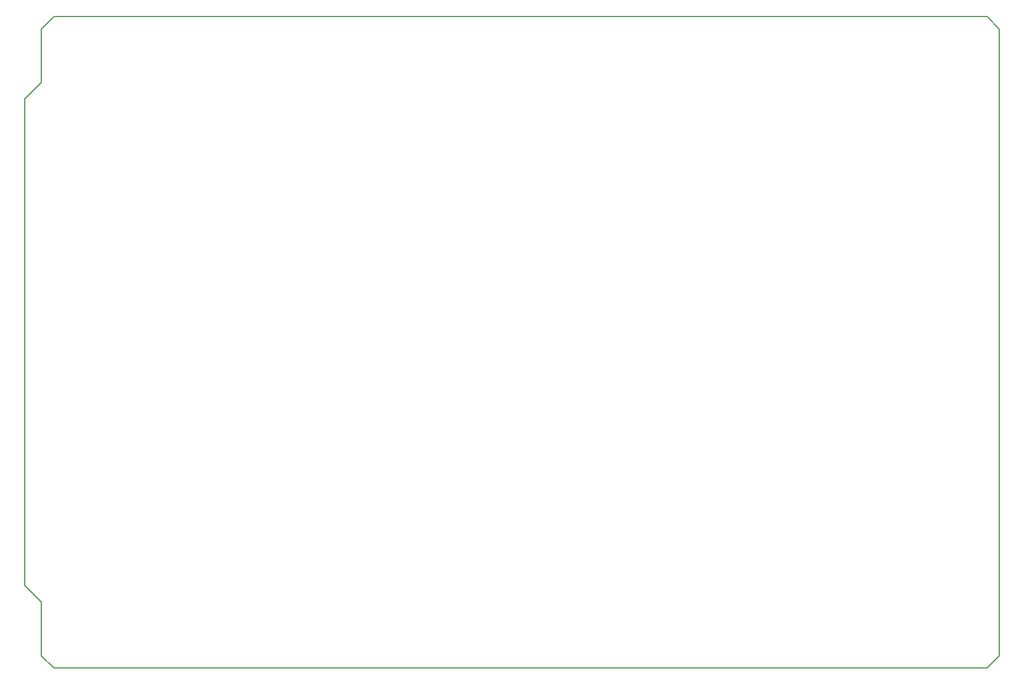
<source format=gbr>
G04 #@! TF.FileFunction,Profile,NP*
%FSLAX46Y46*%
G04 Gerber Fmt 4.6, Leading zero omitted, Abs format (unit mm)*
G04 Created by KiCad (PCBNEW 4.0.7) date 11/06/18 11:25:05*
%MOMM*%
%LPD*%
G01*
G04 APERTURE LIST*
%ADD10C,0.100000*%
%ADD11C,0.150000*%
G04 APERTURE END LIST*
D10*
D11*
X26670000Y-38735000D02*
X26670000Y-113665000D01*
X31115000Y-126365000D02*
X174625000Y-126365000D01*
X29210000Y-116205000D02*
X29210000Y-124460000D01*
X29210000Y-116205000D02*
X26670000Y-113665000D01*
X31115000Y-126365000D02*
X29210000Y-124460000D01*
X31115000Y-26035000D02*
X174625000Y-26035000D01*
X29210000Y-27940000D02*
X29210000Y-36195000D01*
X29210000Y-27940000D02*
X31115000Y-26035000D01*
X29210000Y-36195000D02*
X26670000Y-38735000D01*
X174625000Y-126365000D02*
X176530000Y-124460000D01*
X174625000Y-26035000D02*
X176530000Y-27940000D01*
X176530000Y-124460000D02*
X176530000Y-27940000D01*
M02*

</source>
